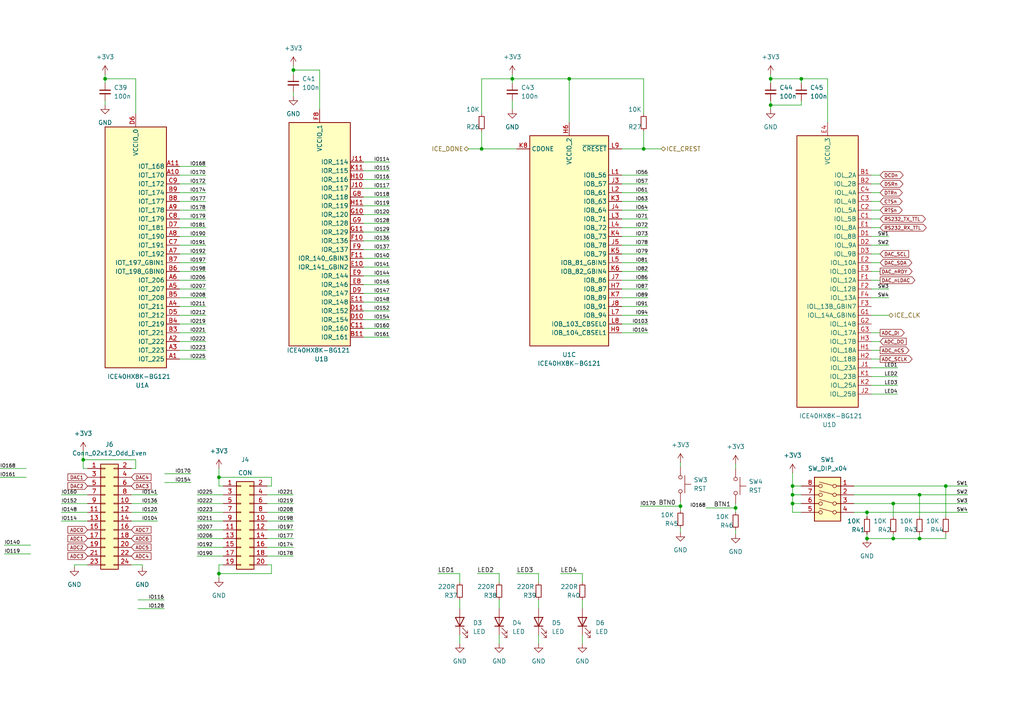
<source format=kicad_sch>
(kicad_sch (version 20211123) (generator eeschema)
  (paper "A4")
  (junction (at 148.59 22.86))
  (junction (at 259.08 156.21))
  (junction (at 251.46 148.59))
  (junction (at 85.09 20.32))
  (junction (at 213.36 147.32))
  (junction (at -30.48 138.43))
  (junction (at 24.13 133.35))
  (junction (at 266.7 156.21))
  (junction (at 197.358 146.812))
  (junction (at -30.48 166.37))
  (junction (at 63.5 166.37))
  (junction (at 186.69 43.18))
  (junction (at 229.87 140.97))
  (junction (at 165.1 22.86))
  (junction (at 229.87 146.05))
  (junction (at 274.32 140.97))
  (junction (at 223.52 30.48))
  (junction (at 266.7 143.51))
  (junction (at 251.46 156.21))
  (junction (at 63.5 138.43))
  (junction (at 259.08 146.05))
  (junction (at 223.52 22.86))
  (junction (at 30.48 22.86))
  (junction (at 229.87 143.51))
  (junction (at 232.41 22.86))
  (junction (at 139.7 43.18))
  (wire (pts (xy 105.41 54.61) (xy 113.03 54.61)))
  (wire (pts (xy 63.5 163.83) (xy 64.77 163.83)))
  (wire (pts (xy 162.56 166.37) (xy 168.91 166.37)))
  (wire (pts (xy 180.34 58.42) (xy 187.96 58.42)))
  (wire (pts (xy 223.52 30.48) (xy 232.41 30.48)))
  (wire (pts (xy 229.87 146.05) (xy 232.41 146.05)))
  (wire (pts (xy 38.1 151.13) (xy 45.72 151.13)))
  (wire (pts (xy 266.7 143.51) (xy 280.67 143.51)))
  (wire (pts (xy 30.48 21.59) (xy 30.48 22.86)))
  (wire (pts (xy 1.27 158.115) (xy 8.89 158.115)))
  (wire (pts (xy 85.09 19.05) (xy 85.09 20.32)))
  (wire (pts (xy 168.91 173.99) (xy 168.91 176.53)))
  (wire (pts (xy 21.59 163.83) (xy 25.4 163.83)))
  (wire (pts (xy 252.73 111.76) (xy 260.35 111.76)))
  (wire (pts (xy 78.74 166.37) (xy 78.74 163.83)))
  (wire (pts (xy 105.41 85.09) (xy 113.03 85.09)))
  (wire (pts (xy 186.69 43.18) (xy 191.77 43.18)))
  (wire (pts (xy 52.07 71.12) (xy 59.69 71.12)))
  (wire (pts (xy 57.15 146.05) (xy 64.77 146.05)))
  (wire (pts (xy 30.48 22.86) (xy 30.48 24.13)))
  (wire (pts (xy 252.73 109.22) (xy 260.35 109.22)))
  (wire (pts (xy 139.7 38.1) (xy 139.7 43.18)))
  (wire (pts (xy 252.73 53.34) (xy 255.27 53.34)))
  (wire (pts (xy 144.78 166.37) (xy 144.78 168.91)))
  (wire (pts (xy 57.15 158.75) (xy 64.77 158.75)))
  (wire (pts (xy 180.34 66.04) (xy 187.96 66.04)))
  (wire (pts (xy 252.73 91.44) (xy 257.81 91.44)))
  (wire (pts (xy -36.83 146.05) (xy -29.21 146.05)))
  (wire (pts (xy 180.34 86.36) (xy 187.96 86.36)))
  (wire (pts (xy -36.83 158.75) (xy -29.21 158.75)))
  (wire (pts (xy 92.71 20.32) (xy 85.09 20.32)))
  (wire (pts (xy 105.41 77.47) (xy 113.03 77.47)))
  (wire (pts (xy 232.41 22.86) (xy 232.41 24.13)))
  (wire (pts (xy 180.34 88.9) (xy 187.96 88.9)))
  (wire (pts (xy 38.1 143.51) (xy 45.72 143.51)))
  (wire (pts (xy 156.21 184.15) (xy 156.21 186.69)))
  (wire (pts (xy 77.47 161.29) (xy 85.09 161.29)))
  (wire (pts (xy 63.5 135.89) (xy 63.5 138.43)))
  (wire (pts (xy 63.5 138.43) (xy 78.74 138.43)))
  (wire (pts (xy -16.51 163.83) (xy -15.24 163.83)))
  (wire (pts (xy 213.36 146.05) (xy 213.36 147.32)))
  (wire (pts (xy 105.41 52.07) (xy 113.03 52.07)))
  (wire (pts (xy 197.358 145.542) (xy 197.358 146.812)))
  (wire (pts (xy 52.07 50.8) (xy 59.69 50.8)))
  (wire (pts (xy 105.41 87.63) (xy 113.03 87.63)))
  (wire (pts (xy -30.48 138.43) (xy -15.24 138.43)))
  (wire (pts (xy 77.47 153.67) (xy 85.09 153.67)))
  (wire (pts (xy 251.46 148.59) (xy 247.65 148.59)))
  (wire (pts (xy 139.7 22.86) (xy 148.59 22.86)))
  (wire (pts (xy 180.34 81.28) (xy 187.96 81.28)))
  (wire (pts (xy 57.15 161.29) (xy 64.77 161.29)))
  (wire (pts (xy 40.005 176.53) (xy 47.625 176.53)))
  (wire (pts (xy -36.83 143.51) (xy -29.21 143.51)))
  (wire (pts (xy 105.41 74.93) (xy 113.03 74.93)))
  (wire (pts (xy -16.51 146.05) (xy -8.89 146.05)))
  (wire (pts (xy 197.358 146.812) (xy 197.358 148.082)))
  (wire (pts (xy 105.41 49.53) (xy 113.03 49.53)))
  (wire (pts (xy 213.36 147.32) (xy 213.36 148.59)))
  (wire (pts (xy 77.47 143.51) (xy 85.09 143.51)))
  (wire (pts (xy 77.47 156.21) (xy 85.09 156.21)))
  (wire (pts (xy 197.358 153.162) (xy 197.358 154.432)))
  (wire (pts (xy -15.24 166.37) (xy -15.24 163.83)))
  (wire (pts (xy 180.34 78.74) (xy 187.96 78.74)))
  (wire (pts (xy 252.73 96.52) (xy 255.27 96.52)))
  (wire (pts (xy 17.78 151.13) (xy 25.4 151.13)))
  (wire (pts (xy 223.52 22.86) (xy 232.41 22.86)))
  (wire (pts (xy -30.48 163.83) (xy -29.21 163.83)))
  (wire (pts (xy -36.83 161.29) (xy -29.21 161.29)))
  (wire (pts (xy 213.36 153.67) (xy 213.36 154.94)))
  (wire (pts (xy 251.46 148.59) (xy 280.67 148.59)))
  (wire (pts (xy 156.21 166.37) (xy 156.21 168.91)))
  (wire (pts (xy 252.73 58.42) (xy 255.27 58.42)))
  (wire (pts (xy 144.78 184.15) (xy 144.78 186.69)))
  (wire (pts (xy 39.37 135.89) (xy 39.37 133.35)))
  (wire (pts (xy -30.48 167.64) (xy -30.48 166.37)))
  (wire (pts (xy 105.41 62.23) (xy 113.03 62.23)))
  (wire (pts (xy 135.89 43.18) (xy 139.7 43.18)))
  (wire (pts (xy 247.65 146.05) (xy 259.08 146.05)))
  (wire (pts (xy -16.51 158.75) (xy -8.89 158.75)))
  (wire (pts (xy 57.15 156.21) (xy 64.77 156.21)))
  (wire (pts (xy 252.73 114.3) (xy 260.35 114.3)))
  (wire (pts (xy 138.43 166.37) (xy 144.78 166.37)))
  (wire (pts (xy 30.48 22.86) (xy 39.37 22.86)))
  (wire (pts (xy 259.08 149.86) (xy 259.08 146.05)))
  (wire (pts (xy 180.34 83.82) (xy 187.96 83.82)))
  (wire (pts (xy 77.47 151.13) (xy 85.09 151.13)))
  (wire (pts (xy 133.35 166.37) (xy 133.35 168.91)))
  (wire (pts (xy 17.78 148.59) (xy 25.4 148.59)))
  (wire (pts (xy 52.07 88.9) (xy 59.69 88.9)))
  (wire (pts (xy 57.15 148.59) (xy 64.77 148.59)))
  (wire (pts (xy 52.07 99.06) (xy 59.69 99.06)))
  (wire (pts (xy 252.73 68.58) (xy 257.81 68.58)))
  (wire (pts (xy -30.48 138.43) (xy -30.48 140.97)))
  (wire (pts (xy 133.35 184.15) (xy 133.35 186.69)))
  (wire (pts (xy 105.41 95.25) (xy 113.03 95.25)))
  (wire (pts (xy 274.32 149.86) (xy 274.32 140.97)))
  (wire (pts (xy 229.87 137.16) (xy 229.87 140.97)))
  (wire (pts (xy 52.07 76.2) (xy 59.69 76.2)))
  (wire (pts (xy 252.73 101.6) (xy 255.27 101.6)))
  (wire (pts (xy 232.41 30.48) (xy 232.41 29.21)))
  (wire (pts (xy 127 166.37) (xy 133.35 166.37)))
  (wire (pts (xy 165.1 22.86) (xy 165.1 35.56)))
  (wire (pts (xy 17.78 146.05) (xy 25.4 146.05)))
  (wire (pts (xy 78.74 140.97) (xy 78.74 138.43)))
  (wire (pts (xy 41.275 163.83) (xy 41.275 164.465)))
  (wire (pts (xy 105.41 57.15) (xy 113.03 57.15)))
  (wire (pts (xy 252.73 76.2) (xy 255.27 76.2)))
  (wire (pts (xy 180.34 76.2) (xy 187.96 76.2)))
  (wire (pts (xy 252.73 104.14) (xy 255.27 104.14)))
  (wire (pts (xy 105.41 80.01) (xy 113.03 80.01)))
  (wire (pts (xy 52.07 58.42) (xy 59.69 58.42)))
  (wire (pts (xy 63.5 166.37) (xy 63.5 163.83)))
  (wire (pts (xy 197.358 134.112) (xy 197.358 135.382)))
  (wire (pts (xy 186.69 22.86) (xy 165.1 22.86)))
  (wire (pts (xy 52.07 53.34) (xy 59.69 53.34)))
  (wire (pts (xy 252.73 99.06) (xy 255.27 99.06)))
  (wire (pts (xy -16.51 156.21) (xy -8.89 156.21)))
  (wire (pts (xy 180.34 53.34) (xy 187.96 53.34)))
  (wire (pts (xy 180.34 68.58) (xy 187.96 68.58)))
  (wire (pts (xy 21.59 164.465) (xy 21.59 163.83)))
  (wire (pts (xy 52.07 81.28) (xy 59.69 81.28)))
  (wire (pts (xy 105.41 90.17) (xy 113.03 90.17)))
  (wire (pts (xy 85.09 26.67) (xy 85.09 27.94)))
  (wire (pts (xy 229.87 140.97) (xy 232.41 140.97)))
  (wire (pts (xy -30.48 166.37) (xy -30.48 163.83)))
  (wire (pts (xy 180.34 73.66) (xy 187.96 73.66)))
  (wire (pts (xy 63.5 167.64) (xy 63.5 166.37)))
  (wire (pts (xy -16.51 161.29) (xy -8.89 161.29)))
  (wire (pts (xy 52.07 86.36) (xy 59.69 86.36)))
  (wire (pts (xy 252.73 71.12) (xy 257.81 71.12)))
  (wire (pts (xy 40.005 173.99) (xy 47.625 173.99)))
  (wire (pts (xy 47.752 137.414) (xy 55.372 137.414)))
  (wire (pts (xy 223.52 29.21) (xy 223.52 30.48)))
  (wire (pts (xy 266.7 149.86) (xy 266.7 143.51)))
  (wire (pts (xy 229.87 146.05) (xy 229.87 143.51)))
  (wire (pts (xy 252.73 73.66) (xy 255.27 73.66)))
  (wire (pts (xy 57.15 153.67) (xy 64.77 153.67)))
  (wire (pts (xy 77.47 146.05) (xy 85.09 146.05)))
  (wire (pts (xy 38.1 135.89) (xy 39.37 135.89)))
  (wire (pts (xy 52.07 91.44) (xy 59.69 91.44)))
  (wire (pts (xy 180.34 96.52) (xy 187.96 96.52)))
  (wire (pts (xy 47.752 139.954) (xy 55.372 139.954)))
  (wire (pts (xy 144.78 173.99) (xy 144.78 176.53)))
  (wire (pts (xy 0 138.43) (xy 7.62 138.43)))
  (wire (pts (xy 251.46 154.94) (xy 251.46 156.21)))
  (wire (pts (xy 105.41 82.55) (xy 113.03 82.55)))
  (wire (pts (xy 24.13 130.81) (xy 24.13 133.35)))
  (wire (pts (xy 77.47 158.75) (xy 85.09 158.75)))
  (wire (pts (xy 105.41 72.39) (xy 113.03 72.39)))
  (wire (pts (xy 232.41 148.59) (xy 229.87 148.59)))
  (wire (pts (xy 252.73 81.28) (xy 255.27 81.28)))
  (wire (pts (xy 52.07 55.88) (xy 59.69 55.88)))
  (wire (pts (xy 252.73 106.68) (xy 260.35 106.68)))
  (wire (pts (xy 232.41 22.86) (xy 240.03 22.86)))
  (wire (pts (xy 252.73 86.36) (xy 257.81 86.36)))
  (wire (pts (xy 148.59 22.86) (xy 148.59 24.13)))
  (wire (pts (xy 105.41 64.77) (xy 113.03 64.77)))
  (wire (pts (xy 24.13 133.35) (xy 24.13 135.89)))
  (wire (pts (xy 63.5 166.37) (xy 78.74 166.37)))
  (wire (pts (xy 148.59 21.59) (xy 148.59 22.86)))
  (wire (pts (xy 52.07 63.5) (xy 59.69 63.5)))
  (wire (pts (xy 229.87 143.51) (xy 229.87 140.97)))
  (wire (pts (xy 259.08 146.05) (xy 280.67 146.05)))
  (wire (pts (xy 52.07 48.26) (xy 59.69 48.26)))
  (wire (pts (xy 251.46 156.21) (xy 259.08 156.21)))
  (wire (pts (xy 229.87 148.59) (xy 229.87 146.05)))
  (wire (pts (xy -36.83 156.21) (xy -29.21 156.21)))
  (wire (pts (xy 223.52 31.75) (xy 223.52 30.48)))
  (wire (pts (xy 105.41 46.99) (xy 113.03 46.99)))
  (wire (pts (xy 77.47 163.83) (xy 78.74 163.83)))
  (wire (pts (xy -16.51 143.51) (xy -8.89 143.51)))
  (wire (pts (xy 57.15 143.51) (xy 64.77 143.51)))
  (wire (pts (xy 148.59 29.21) (xy 148.59 31.75)))
  (wire (pts (xy 52.07 66.04) (xy 59.69 66.04)))
  (wire (pts (xy 52.07 101.6) (xy 59.69 101.6)))
  (wire (pts (xy -30.48 166.37) (xy -15.24 166.37)))
  (wire (pts (xy 180.34 43.18) (xy 186.69 43.18)))
  (wire (pts (xy 24.13 133.35) (xy 39.37 133.35)))
  (wire (pts (xy 185.674 146.812) (xy 197.358 146.812)))
  (wire (pts (xy 274.32 140.97) (xy 280.67 140.97)))
  (wire (pts (xy 180.34 93.98) (xy 187.96 93.98)))
  (wire (pts (xy 229.87 143.51) (xy 232.41 143.51)))
  (wire (pts (xy 186.69 33.02) (xy 186.69 22.86)))
  (wire (pts (xy 186.69 43.18) (xy 186.69 38.1)))
  (wire (pts (xy 266.7 156.21) (xy 274.32 156.21)))
  (wire (pts (xy 168.91 184.15) (xy 168.91 186.69)))
  (wire (pts (xy -16.51 148.59) (xy -8.89 148.59)))
  (wire (pts (xy 52.07 104.14) (xy 59.69 104.14)))
  (wire (pts (xy 30.48 29.21) (xy 30.48 30.48)))
  (wire (pts (xy 25.4 135.89) (xy 24.13 135.89)))
  (wire (pts (xy 247.65 140.97) (xy 274.32 140.97)))
  (wire (pts (xy 252.73 78.74) (xy 255.27 78.74)))
  (wire (pts (xy 52.07 93.98) (xy 59.69 93.98)))
  (wire (pts (xy -16.51 151.13) (xy -8.89 151.13)))
  (wire (pts (xy 77.47 140.97) (xy 78.74 140.97)))
  (wire (pts (xy 274.32 156.21) (xy 274.32 154.94)))
  (wire (pts (xy 85.09 20.32) (xy 85.09 21.59)))
  (wire (pts (xy -36.83 151.13) (xy -29.21 151.13)))
  (wire (pts (xy 252.73 60.96) (xy 255.27 60.96)))
  (wire (pts (xy 180.34 63.5) (xy 187.96 63.5)))
  (wire (pts (xy -36.83 153.67) (xy -29.21 153.67)))
  (wire (pts (xy 266.7 156.21) (xy 266.7 154.94)))
  (wire (pts (xy 204.724 147.32) (xy 213.36 147.32)))
  (wire (pts (xy 105.41 97.79) (xy 113.03 97.79)))
  (wire (pts (xy 259.08 156.21) (xy 259.08 154.94)))
  (wire (pts (xy 52.07 78.74) (xy 59.69 78.74)))
  (wire (pts (xy 133.35 173.99) (xy 133.35 176.53)))
  (wire (pts (xy 77.47 148.59) (xy 85.09 148.59)))
  (wire (pts (xy 39.37 22.86) (xy 39.37 33.02)))
  (wire (pts (xy 1.27 160.655) (xy 8.89 160.655)))
  (wire (pts (xy 180.34 50.8) (xy 187.96 50.8)))
  (wire (pts (xy 252.73 55.88) (xy 255.27 55.88)))
  (wire (pts (xy -16.51 153.67) (xy -8.89 153.67)))
  (wire (pts (xy 252.73 50.8) (xy 255.27 50.8)))
  (wire (pts (xy 247.65 143.51) (xy 266.7 143.51)))
  (wire (pts (xy 52.07 60.96) (xy 59.69 60.96)))
  (wire (pts (xy 38.1 148.59) (xy 45.72 148.59)))
  (wire (pts (xy -16.51 140.97) (xy -15.24 140.97)))
  (wire (pts (xy 180.34 71.12) (xy 187.96 71.12)))
  (wire (pts (xy 57.15 151.13) (xy 64.77 151.13)))
  (wire (pts (xy 52.07 83.82) (xy 59.69 83.82)))
  (wire (pts (xy 52.07 73.66) (xy 59.69 73.66)))
  (wire (pts (xy 139.7 43.18) (xy 149.86 43.18)))
  (wire (pts (xy 105.41 67.31) (xy 113.03 67.31)))
  (wire (pts (xy 180.34 60.96) (xy 187.96 60.96)))
  (wire (pts (xy -29.21 140.97) (xy -30.48 140.97)))
  (wire (pts (xy 139.7 33.02) (xy 139.7 22.86)))
  (wire (pts (xy -36.83 148.59) (xy -29.21 148.59)))
  (wire (pts (xy 105.41 92.71) (xy 113.03 92.71)))
  (wire (pts (xy 223.52 22.86) (xy 223.52 24.13)))
  (wire (pts (xy -30.48 135.89) (xy -30.48 138.43)))
  (wire (pts (xy 156.21 173.99) (xy 156.21 176.53)))
  (wire (pts (xy 52.07 68.58) (xy 59.69 68.58)))
  (wire (pts (xy 168.91 166.37) (xy 168.91 168.91)))
  (wire (pts (xy 148.59 22.86) (xy 165.1 22.86)))
  (wire (pts (xy 38.1 163.83) (xy 41.275 163.83)))
  (wire (pts (xy 240.03 22.86) (xy 240.03 35.56)))
  (wire (pts (xy -15.24 140.97) (xy -15.24 138.43)))
  (wire (pts (xy 38.1 146.05) (xy 45.72 146.05)))
  (wire (pts (xy 252.73 66.04) (xy 255.27 66.04)))
  (wire (pts (xy 92.71 20.32) (xy 92.71 31.75)))
  (wire (pts (xy 180.34 55.88) (xy 187.96 55.88)))
  (wire (pts (xy 223.52 21.59) (xy 223.52 22.86)))
  (wire (pts (xy 0 135.89) (xy 7.62 135.89)))
  (wire (pts (xy 252.73 63.5) (xy 255.27 63.5)))
  (wire (pts (xy 105.41 59.69) (xy 113.03 59.69)))
  (wire (pts (xy 180.34 91.44) (xy 187.96 91.44)))
  (wire (pts (xy 259.08 156.21) (xy 266.7 156.21)))
  (wire (pts (xy 251.46 149.86) (xy 251.46 148.59)))
  (wire (pts (xy 105.41 69.85) (xy 113.03 69.85)))
  (wire (pts (xy 213.36 134.62) (xy 213.36 135.89)))
  (wire (pts (xy 252.73 83.82) (xy 257.81 83.82)))
  (wire (pts (xy 149.86 166.37) (xy 156.21 166.37)))
  (wire (pts (xy 64.77 140.97) (xy 63.5 140.97)))
  (wire (pts (xy 52.07 96.52) (xy 59.69 96.52)))
  (wire (pts (xy 63.5 138.43) (xy 63.5 140.97)))
  (wire (pts (xy 17.78 143.51) (xy 25.4 143.51)))
  (label "IO154" (at 113.03 92.71 180) (effects (font (size 1 1))))
  (label "IO222" (at 57.15 146.05 0) (effects (font (size 1 1))))
  (label "IO172" (at 59.69 53.34 180) (effects (font (size 1 1))))
  (label "IO206" (at 59.69 81.28 180) (effects (font (size 1 1))))
  (label "IO161" (at 0 138.43 0) (effects (font (size 1 1))))
  (label "IO89" (at 187.96 86.36 180) (effects (font (size 1 1))))
  (label "IO197" (at 85.09 153.67 180) (effects (font (size 1 1))))
  (label "IO148" (at 113.03 87.63 180) (effects (font (size 1 1))))
  (label "IO148" (at 17.78 148.59 0) (effects (font (size 1 1))))
  (label "IO181" (at 59.69 66.04 180) (effects (font (size 1 1))))
  (label "IO223" (at 59.69 101.6 180) (effects (font (size 1 1))))
  (label "BTN1" (at 207.01 147.32 0))
  (label "IO168" (at 0 135.89 0) (effects (font (size 1 1))))
  (label "IO104" (at 187.96 96.52 180) (effects (font (size 1 1))))
  (label "IO71" (at -36.83 148.59 0) (effects (font (size 1 1))))
  (label "IO140" (at 1.27 158.115 0) (effects (font (size 1 1))))
  (label "IO61" (at 187.96 55.88 180) (effects (font (size 1 1))))
  (label "IO223" (at 57.15 148.59 0) (effects (font (size 1 1))))
  (label "IO191" (at 59.69 71.12 180) (effects (font (size 1 1))))
  (label "IO177" (at 59.69 58.42 180) (effects (font (size 1 1))))
  (label "IO72" (at 187.96 66.04 180) (effects (font (size 1 1))))
  (label "IO221" (at 85.09 143.51 180) (effects (font (size 1 1))))
  (label "IO63" (at -8.89 151.13 180) (effects (font (size 1 1))))
  (label "IO120" (at 45.72 148.59 180) (effects (font (size 1 1))))
  (label "IO118" (at 113.03 57.15 180) (effects (font (size 1 1))))
  (label "IO206" (at 57.15 156.21 0) (effects (font (size 1 1))))
  (label "IO116" (at 47.625 173.99 180) (effects (font (size 1 1))))
  (label "IO198" (at 85.09 151.13 180) (effects (font (size 1 1))))
  (label "IO181" (at -36.83 153.67 0) (effects (font (size 1 1))))
  (label "IO211" (at 59.69 88.9 180) (effects (font (size 1 1))))
  (label "IO82" (at 187.96 78.74 180) (effects (font (size 1 1))))
  (label "IO78" (at 187.96 71.12 180) (effects (font (size 1 1))))
  (label "SW2" (at 280.67 143.51 180) (effects (font (size 1 1))))
  (label "IO72" (at -36.83 151.13 0) (effects (font (size 1 1))))
  (label "IO141" (at 45.72 143.51 180) (effects (font (size 1 1))))
  (label "IO89" (at -8.89 161.29 180) (effects (font (size 1 1))))
  (label "IO170" (at 59.69 50.8 180) (effects (font (size 1 1))))
  (label "IO174" (at 59.69 55.88 180) (effects (font (size 1 1))))
  (label "IO79" (at 187.96 73.66 180) (effects (font (size 1 1))))
  (label "IO178" (at 59.69 60.96 180) (effects (font (size 1 1))))
  (label "IO211" (at 57.15 151.13 0) (effects (font (size 1 1))))
  (label "SW2" (at 257.81 71.12 180) (effects (font (size 1 1))))
  (label "IO94" (at -36.83 156.21 0) (effects (font (size 1 1))))
  (label "IO57" (at -8.89 143.51 180) (effects (font (size 1 1))))
  (label "IO104" (at 45.72 151.13 180) (effects (font (size 1 1))))
  (label "IO160" (at 17.78 143.51 0) (effects (font (size 1 1))))
  (label "IO208" (at 85.09 148.59 180) (effects (font (size 1 1))))
  (label "IO170" (at 55.372 137.414 180) (effects (font (size 1 1))))
  (label "IO219" (at 59.69 93.98 180) (effects (font (size 1 1))))
  (label "IO192" (at 57.15 158.75 0) (effects (font (size 1 1))))
  (label "IO128" (at 113.03 64.77 180) (effects (font (size 1 1))))
  (label "IO222" (at 59.69 99.06 180) (effects (font (size 1 1))))
  (label "LED2" (at 260.35 109.22 180) (effects (font (size 1 1))))
  (label "IO61" (at -36.83 146.05 0) (effects (font (size 1 1))))
  (label "IO147" (at 113.03 85.09 180) (effects (font (size 1 1))))
  (label "IO119" (at 1.27 160.655 0) (effects (font (size 1 1))))
  (label "SW4" (at 257.81 86.36 180) (effects (font (size 1 1))))
  (label "IO190" (at 57.15 161.29 0) (effects (font (size 1 1))))
  (label "IO87" (at 187.96 83.82 180) (effects (font (size 1 1))))
  (label "IO178" (at 85.09 161.29 180) (effects (font (size 1 1))))
  (label "SW1" (at 257.81 68.58 180) (effects (font (size 1 1))))
  (label "LED3" (at 260.35 111.76 180) (effects (font (size 1 1))))
  (label "IO168" (at 204.724 147.32 180) (effects (font (size 1 1))))
  (label "SW4" (at 280.67 148.59 180) (effects (font (size 1 1))))
  (label "IO114" (at 17.78 151.13 0) (effects (font (size 1 1))))
  (label "IO174" (at 85.09 158.75 180) (effects (font (size 1 1))))
  (label "IO116" (at 113.03 52.07 180) (effects (font (size 1 1))))
  (label "IO190" (at 59.69 68.58 180) (effects (font (size 1 1))))
  (label "IO144" (at 113.03 80.01 180) (effects (font (size 1 1))))
  (label "LED4" (at 162.56 166.37 0))
  (label "IO91" (at 187.96 88.9 180) (effects (font (size 1 1))))
  (label "IO221" (at 59.69 96.52 180) (effects (font (size 1 1))))
  (label "LED1" (at 127 166.37 0))
  (label "SW1" (at 280.67 140.97 180) (effects (font (size 1 1))))
  (label "IO82" (at -8.89 158.75 180) (effects (font (size 1 1))))
  (label "SW3" (at 280.67 146.05 180) (effects (font (size 1 1))))
  (label "LED2" (at 138.43 166.37 0))
  (label "IO56" (at -36.83 143.51 0) (effects (font (size 1 1))))
  (label "BTN0" (at 191.008 146.812 0))
  (label "IO128" (at 47.625 176.53 180) (effects (font (size 1 1))))
  (label "IO198" (at 59.69 78.74 180) (effects (font (size 1 1))))
  (label "IO57" (at 187.96 53.34 180) (effects (font (size 1 1))))
  (label "IO192" (at 59.69 73.66 180) (effects (font (size 1 1))))
  (label "IO137" (at 113.03 72.39 180) (effects (font (size 1 1))))
  (label "IO119" (at 113.03 59.69 180) (effects (font (size 1 1))))
  (label "IO114" (at 113.03 46.99 180) (effects (font (size 1 1))))
  (label "IO225" (at 59.69 104.14 180) (effects (font (size 1 1))))
  (label "IO94" (at 187.96 91.44 180) (effects (font (size 1 1))))
  (label "LED4" (at 260.35 114.3 180) (effects (font (size 1 1))))
  (label "IO81" (at 187.96 76.2 180) (effects (font (size 1 1))))
  (label "IO170" (at 185.674 146.812 0) (effects (font (size 1 1))))
  (label "LED3" (at 149.86 166.37 0))
  (label "IO160" (at 113.03 95.25 180) (effects (font (size 1 1))))
  (label "SW3" (at 257.81 83.82 180) (effects (font (size 1 1))))
  (label "IO141" (at 113.03 77.47 180) (effects (font (size 1 1))))
  (label "IO79" (at -8.89 156.21 180) (effects (font (size 1 1))))
  (label "IO73" (at -8.89 153.67 180) (effects (font (size 1 1))))
  (label "IO73" (at 187.96 68.58 180) (effects (font (size 1 1))))
  (label "IO197" (at 59.69 76.2 180) (effects (font (size 1 1))))
  (label "IO207" (at 59.69 83.82 180) (effects (font (size 1 1))))
  (label "IO140" (at 113.03 74.93 180) (effects (font (size 1 1))))
  (label "IO208" (at 59.69 86.36 180) (effects (font (size 1 1))))
  (label "IO219" (at 85.09 146.05 180) (effects (font (size 1 1))))
  (label "IO179" (at 59.69 63.5 180) (effects (font (size 1 1))))
  (label "IO117" (at 113.03 54.61 180) (effects (font (size 1 1))))
  (label "IO154" (at 55.372 139.954 180) (effects (font (size 1 1))))
  (label "IO225" (at 57.15 143.51 0) (effects (font (size 1 1))))
  (label "IO152" (at 17.78 146.05 0) (effects (font (size 1 1))))
  (label "IO71" (at 187.96 63.5 180) (effects (font (size 1 1))))
  (label "IO212" (at 59.69 91.44 180) (effects (font (size 1 1))))
  (label "LED1" (at 260.35 106.68 180) (effects (font (size 1 1))))
  (label "IO103" (at 187.96 93.98 180) (effects (font (size 1 1))))
  (label "IO146" (at 113.03 82.55 180) (effects (font (size 1 1))))
  (label "IO56" (at 187.96 50.8 180) (effects (font (size 1 1))))
  (label "IO86" (at 187.96 81.28 180) (effects (font (size 1 1))))
  (label "IO207" (at 57.15 153.67 0) (effects (font (size 1 1))))
  (label "IO63" (at 187.96 58.42 180) (effects (font (size 1 1))))
  (label "IO64" (at 187.96 60.96 180) (effects (font (size 1 1))))
  (label "IO161" (at 113.03 97.79 180) (effects (font (size 1 1))))
  (label "IO103" (at -36.83 158.75 0) (effects (font (size 1 1))))
  (label "IO64" (at -8.89 146.05 180) (effects (font (size 1 1))))
  (label "IO78" (at -8.89 148.59 180) (effects (font (size 1 1))))
  (label "IO136" (at 45.72 146.05 180) (effects (font (size 1 1))))
  (label "IO120" (at 113.03 62.23 180) (effects (font (size 1 1))))
  (label "IO115" (at -36.83 161.29 0) (effects (font (size 1 1))))
  (label "IO136" (at 113.03 69.85 180) (effects (font (size 1 1))))
  (label "IO177" (at 85.09 156.21 180) (effects (font (size 1 1))))
  (label "IO168" (at 59.69 48.26 180) (effects (font (size 1 1))))
  (label "IO129" (at 113.03 67.31 180) (effects (font (size 1 1))))
  (label "IO115" (at 113.03 49.53 180) (effects (font (size 1 1))))
  (label "IO152" (at 113.03 90.17 180) (effects (font (size 1 1))))
  (global_label "DTRn" (shape bidirectional) (at 255.27 55.88 0) (effects (font (size 1 1))) (property "Intersheet References" "${INTERSHEET_REFS}" (effects hide)))
  (global_label "DSRn" (shape bidirectional) (at 255.27 53.34 0) (effects (font (size 1 1))) (property "Intersheet References" "${INTERSHEET_REFS}" (effects hide)))
  (global_label "DAC2" (shape input) (at 25.4 140.97 180) (effects (font (size 1 1))) (property "Intersheet References" "${INTERSHEET_REFS}" (effects hide)))
  (global_label "ADC0" (shape input) (at 25.4 153.67 180) (effects (font (size 1 1))) (property "Intersheet References" "${INTERSHEET_REFS}" (effects hide)))
  (global_label "DAC4" (shape input) (at 38.1 138.43 0) (effects (font (size 1 1))) (property "Intersheet References" "${INTERSHEET_REFS}" (effects hide)))
  (global_label "ADC_DI" (shape output) (at 255.27 96.52 0) (effects (font (size 1 1))) (property "Intersheet References" "${INTERSHEET_REFS}" (effects hide)))
  (global_label "RTSn" (shape bidirectional) (at 255.27 60.96 0) (effects (font (size 1 1))) (property "Intersheet References" "${INTERSHEET_REFS}" (effects hide)))
  (global_label "ADC7" (shape input) (at 38.1 153.67 0) (effects (font (size 1 1))) (property "Intersheet References" "${INTERSHEET_REFS}" (effects hide)))
  (global_label "CTSn" (shape bidirectional) (at 255.27 58.42 0) (effects (font (size 1 1))) (property "Intersheet References" "${INTERSHEET_REFS}" (effects hide)))
  (global_label "DAC_SCL" (shape input) (at 255.27 73.66 0) (effects (font (size 1 1))) (property "Intersheet References" "${INTERSHEET_REFS}" (effects hide)))
  (global_label "DAC_nRDY" (shape output) (at 255.27 78.74 0) (effects (font (size 1 1))) (property "Intersheet References" "${INTERSHEET_REFS}" (effects hide)))
  (global_label "DCDn" (shape bidirectional) (at 255.27 50.8 0) (effects (font (size 1 1))) (property "Intersheet References" "${INTERSHEET_REFS}" (effects hide)))
  (global_label "ADC6" (shape input) (at 38.1 156.21 0) (effects (font (size 1 1))) (property "Intersheet References" "${INTERSHEET_REFS}" (effects hide)))
  (global_label "ADC3" (shape input) (at 25.4 161.29 180) (effects (font (size 1 1))) (property "Intersheet References" "${INTERSHEET_REFS}" (effects hide)))
  (global_label "ADC5" (shape input) (at 38.1 158.75 0) (effects (font (size 1 1))) (property "Intersheet References" "${INTERSHEET_REFS}" (effects hide)))
  (global_label "DAC3" (shape input) (at 38.1 140.97 0) (effects (font (size 1 1))) (property "Intersheet References" "${INTERSHEET_REFS}" (effects hide)))
  (global_label "ADC1" (shape input) (at 25.4 156.21 180) (effects (font (size 1 1))) (property "Intersheet References" "${INTERSHEET_REFS}" (effects hide)))
  (global_label "ADC2" (shape input) (at 25.4 158.75 180) (effects (font (size 1 1))) (property "Intersheet References" "${INTERSHEET_REFS}" (effects hide)))
  (global_label "ADC_nCS" (shape output) (at 255.27 101.6 0) (effects (font (size 1 1))) (property "Intersheet References" "${INTERSHEET_REFS}" (effects hide)))
  (global_label "ADC_DO" (shape input) (at 255.27 99.06 0) (effects (font (size 1 1))) (property "Intersheet References" "${INTERSHEET_REFS}" (effects hide)))
  (global_label "ADC_SCLK" (shape output) (at 255.27 104.14 0) (effects (font (size 1 1))) (property "Intersheet References" "${INTERSHEET_REFS}" (effects hide)))
  (global_label "DAC_SDA" (shape bidirectional) (at 255.27 76.2 0) (effects (font (size 1 1))) (property "Intersheet References" "${INTERSHEET_REFS}" (effects hide)))
  (global_label "RS232_RX_TTL" (shape bidirectional) (at 255.27 66.04 0) (effects (font (size 1 1))) (property "Intersheet References" "${INTERSHEET_REFS}" (effects hide)))
  (global_label "RS232_TX_TTL" (shape bidirectional) (at 255.27 63.5 0) (effects (font (size 1 1))) (property "Intersheet References" "${INTERSHEET_REFS}" (effects hide)))
  (global_label "ADC4" (shape input) (at 38.1 161.29 0) (effects (font (size 1 1))) (property "Intersheet References" "${INTERSHEET_REFS}" (effects hide)))
  (global_label "DAC1" (shape input) (at 25.4 138.43 180) (effects (font (size 1 1))) (property "Intersheet References" "${INTERSHEET_REFS}" (effects hide)))
  (global_label "DAC_nLDAC" (shape output) (at 255.27 81.28 0) (effects (font (size 1 1))) (property "Intersheet References" "${INTERSHEET_REFS}" (effects hide)))
  (hierarchical_label "ICE_CREST" (shape bidirectional) (at 191.77 43.18 0))
  (hierarchical_label "ICE_DONE" (shape bidirectional) (at 135.89 43.18 180))
  (hierarchical_label "ICE_CLK" (shape bidirectional) (at 257.81 91.44 0))
  (symbol (lib_id "power:GND") (at 156.21 186.69 0) (unit 1)
    (property "Reference" "#PWR041" (effects hide))
    (property "Value" "GND" (at 156.21 191.77 0))
  )
  (symbol (lib_id "Device:LED") (at 156.21 180.34 90) (unit 1)
    (property "Reference" "D5" (at 160.02 180.6574 90) (effects (justify right)))
    (property "Value" "LED" (at 160.02 183.1974 90) (effects (justify right)))
    (property "Footprint" "LED_SMD:LED_0603_1608Metric" (effects hide))
  )
  (symbol (lib_id "Device:C_Small") (at 223.52 26.67 0) (unit 1)
    (property "Reference" "C44" (at 226.06 25.4062 0) (effects (justify left)))
    (property "Value" "100n" (at 226.06 27.9462 0) (effects (justify left)))
    (property "Footprint" "Capacitor_SMD:C_0603_1608Metric" (effects hide))
  )
  (symbol (lib_id "Connector_Generic:Conn_02x10_Odd_Even") (at -24.13 151.13 0) (unit 1)
    (property "Reference" "J5" (at -24.13 133.35 0))
    (property "Value" "CON" (at -22.86 137.16 0))
    (property "Footprint" "Connector_PinHeader_2.54mm:PinHeader_2x10_P2.54mm_Vertical" (effects hide))
  )
  (symbol (lib_id "power:+3.3V") (at 197.358 134.112 0) (unit 1)
    (property "Reference" "#PWR046" (effects hide))
    (property "Value" "+3.3V" (at 197.358 129.032 0))
  )
  (symbol (lib_id "power:+3.3V") (at 223.52 21.59 0) (unit 1)
    (property "Reference" "#PWR057" (effects hide))
    (property "Value" "+3.3V" (at 223.52 16.51 0))
  )
  (symbol (lib_id "power:+3.3V") (at 85.09 19.05 0) (unit 1)
    (property "Reference" "#PWR053" (effects hide))
    (property "Value" "+3.3V" (at 85.09 13.97 0))
  )
  (symbol (lib_id "power:+3.3V") (at 229.87 137.16 0) (unit 1)
    (property "Reference" "#PWR043" (effects hide))
    (property "Value" "+3.3V" (at 229.87 132.08 0))
  )
  (symbol (lib_id "Device:R_Small") (at 144.78 171.45 180) (unit 1)
    (property "Reference" "R38" (at 142.24 172.72 0))
    (property "Value" "220R" (at 140.97 170.18 0))
    (property "Footprint" "Resistor_SMD:R_0603_1608Metric" (effects hide))
  )
  (symbol (lib_id "power:GND") (at 148.59 31.75 0) (unit 1)
    (property "Reference" "#PWR056" (effects hide))
    (property "Value" "GND" (at 148.59 36.83 0))
  )
  (symbol (lib_id "power:GND") (at 30.48 30.48 0) (unit 1)
    (property "Reference" "#PWR052" (effects hide))
    (property "Value" "GND" (at 30.48 35.56 0))
  )
  (symbol (lib_id "Device:LED") (at 133.35 180.34 90) (unit 1)
    (property "Reference" "D3" (at 137.16 180.6574 90) (effects (justify right)))
    (property "Value" "LED" (at 137.16 183.1974 90) (effects (justify right)))
    (property "Footprint" "LED_SMD:LED_0603_1608Metric" (effects hide))
  )
  (symbol (lib_id "power:GND") (at 85.09 27.94 0) (unit 1)
    (property "Reference" "#PWR054" (effects hide))
    (property "Value" "GND" (at 85.09 33.02 0))
  )
  (symbol (lib_id "power:GND") (at 63.5 167.64 0) (unit 1)
    (property "Reference" "#PWR0118" (effects hide))
    (property "Value" "GND" (at 63.5 172.72 0))
  )
  (symbol (lib_id "power:GND") (at 41.275 164.465 0) (unit 1)
    (property "Reference" "#PWR0120" (effects hide))
    (property "Value" "GND" (at 41.275 169.545 0))
  )
  (symbol (lib_id "power:+3.3V") (at 148.59 21.59 0) (unit 1)
    (property "Reference" "#PWR055" (effects hide))
    (property "Value" "+3.3V" (at 148.59 16.51 0))
  )
  (symbol (lib_id "power:GND") (at 168.91 186.69 0) (unit 1)
    (property "Reference" "#PWR042" (effects hide))
    (property "Value" "GND" (at 168.91 191.77 0))
  )
  (symbol (lib_id "power:+3.3V") (at 30.48 21.59 0) (unit 1)
    (property "Reference" "#PWR051" (effects hide))
    (property "Value" "+3.3V" (at 30.48 16.51 0))
  )
  (symbol (lib_id "power:GND") (at 144.78 186.69 0) (unit 1)
    (property "Reference" "#PWR039" (effects hide))
    (property "Value" "GND" (at 144.78 191.77 0))
  )
  (symbol (lib_id "power:+3.3V") (at -30.48 135.89 0) (unit 1)
    (property "Reference" "#PWR0121" (effects hide))
    (property "Value" "+3.3V" (at -30.48 130.81 0))
  )
  (symbol (lib_id "Device:C_Small") (at 85.09 24.13 0) (unit 1)
    (property "Reference" "C41" (at 87.63 22.8662 0) (effects (justify left)))
    (property "Value" "100n" (at 87.63 25.4062 0) (effects (justify left)))
    (property "Footprint" "Capacitor_SMD:C_0603_1608Metric" (effects hide))
  )
  (symbol (lib_id "Device:R_Small") (at 133.35 171.45 180) (unit 1)
    (property "Reference" "R37" (at 130.81 172.72 0))
    (property "Value" "220R" (at 129.54 170.18 0))
    (property "Footprint" "Resistor_SMD:R_0603_1608Metric" (effects hide))
  )
  (symbol (lib_id "Switch:SW_Push") (at 197.358 140.462 270) (unit 1)
    (property "Reference" "SW3" (at 201.168 139.1919 90) (effects (justify left)))
    (property "Value" "RST" (at 201.168 141.7319 90) (effects (justify left)))
    (property "Footprint" "Button_Switch_SMD:SW_SPST_CK_RS282G05A3" (effects hide))
  )
  (symbol (lib_id "power:GND") (at -30.48 167.64 0) (unit 1)
    (property "Reference" "#PWR0117" (effects hide))
    (property "Value" "GND" (at -30.48 172.72 0))
  )
  (symbol (lib_id "Device:R_Small") (at 168.91 171.45 180) (unit 1)
    (property "Reference" "R40" (at 166.37 172.72 0))
    (property "Value" "220R" (at 165.1 170.18 0))
    (property "Footprint" "Resistor_SMD:R_0603_1608Metric" (effects hide))
  )
  (symbol (lib_id "power:GND") (at 197.358 154.432 0) (unit 1)
    (property "Reference" "#PWR047" (effects hide))
    (property "Value" "GND" (at 197.358 159.512 0))
  )
  (symbol (lib_id "FPGA_Lattice:ICE40HX8K-BG121") (at 39.37 68.58 0) (mirror y) (unit 1)
    (property "Reference" "U1" (at 43.18 111.76 0) (effects (justify left)))
    (property "Value" "ICE40HX8K-BG121" (at 49.53 109.22 0) (effects (justify left)))
    (property "Footprint" "Package_BGA:BGA-121_9.0x9.0mm_Layout11x11_P0.8mm_Ball0.4mm_Pad0.35mm_NSMD" (effects hide))
    (property "Datasheet" "http://www.latticesemi.com/Products/FPGAandCPLD/iCE40" (effects hide))
  )
  (symbol (lib_id "Connector_Generic:Conn_02x12_Odd_Even") (at 30.48 148.59 0) (unit 1)
    (property "Reference" "J6" (at 31.75 128.905 0))
    (property "Value" "Conn_02x12_Odd_Even" (at 31.75 131.445 0))
    (property "Footprint" "Connector_PinHeader_2.54mm:PinHeader_2x12_P2.54mm_Vertical" (effects hide))
  )
  (symbol (lib_id "Device:C_Small") (at 148.59 26.67 0) (unit 1)
    (property "Reference" "C43" (at 151.13 25.4062 0) (effects (justify left)))
    (property "Value" "100n" (at 151.13 27.9462 0) (effects (justify left)))
    (property "Footprint" "Capacitor_SMD:C_0603_1608Metric" (effects hide))
  )
  (symbol (lib_id "Device:R_Small") (at 274.32 152.4 180) (unit 1)
    (property "Reference" "R44" (at 271.78 153.67 0))
    (property "Value" "10K" (at 270.51 151.13 0))
    (property "Footprint" "Resistor_SMD:R_0603_1608Metric" (effects hide))
  )
  (symbol (lib_id "FPGA_Lattice:ICE40HX8K-BG121") (at 165.1 68.58 0) (mirror y) (unit 3)
    (property "Reference" "U1" (at 165.1 102.87 0))
    (property "Value" "ICE40HX8K-BG121" (at 165.1 105.41 0))
    (property "Footprint" "Package_BGA:BGA-121_9.0x9.0mm_Layout11x11_P0.8mm_Ball0.4mm_Pad0.35mm_NSMD" (effects hide))
    (property "Datasheet" "http://www.latticesemi.com/Products/FPGAandCPLD/iCE40" (effects hide))
  )
  (symbol (lib_id "power:+3.3V") (at 213.36 134.62 0) (unit 1)
    (property "Reference" "#PWR048" (effects hide))
    (property "Value" "+3.3V" (at 213.36 129.54 0))
  )
  (symbol (lib_id "Device:C_Small") (at 30.48 26.67 0) (unit 1)
    (property "Reference" "C39" (at 33.02 25.4062 0) (effects (justify left)))
    (property "Value" "100n" (at 33.02 27.9462 0) (effects (justify left)))
    (property "Footprint" "Capacitor_SMD:C_0603_1608Metric" (effects hide))
  )
  (symbol (lib_id "power:GND") (at 21.59 164.465 0) (unit 1)
    (property "Reference" "#PWR0123" (effects hide))
    (property "Value" "GND" (at 21.59 169.545 0))
  )
  (symbol (lib_id "FPGA_Lattice:ICE40HX8K-BG121") (at 92.71 67.31 0) (mirror y) (unit 2)
    (property "Reference" "U1" (at 95.25 104.14 0) (effects (justify left)))
    (property "Value" "ICE40HX8K-BG121" (at 101.6 101.6 0) (effects (justify left)))
    (property "Footprint" "Package_BGA:BGA-121_9.0x9.0mm_Layout11x11_P0.8mm_Ball0.4mm_Pad0.35mm_NSMD" (effects hide))
    (property "Datasheet" "http://www.latticesemi.com/Products/FPGAandCPLD/iCE40" (effects hide))
  )
  (symbol (lib_id "power:GND") (at 213.36 154.94 0) (unit 1)
    (property "Reference" "#PWR049" (effects hide))
    (property "Value" "GND" (at 213.36 160.02 0))
  )
  (symbol (lib_id "power:GND") (at 133.35 186.69 0) (unit 1)
    (property "Reference" "#PWR038" (effects hide))
    (property "Value" "GND" (at 133.35 191.77 0))
  )
  (symbol (lib_id "Device:R_Small") (at 266.7 152.4 180) (unit 1)
    (property "Reference" "R43" (at 264.16 153.67 0))
    (property "Value" "10K" (at 262.89 151.13 0))
    (property "Footprint" "Resistor_SMD:R_0603_1608Metric" (effects hide))
  )
  (symbol (lib_id "Device:C_Small") (at 232.41 26.67 0) (unit 1)
    (property "Reference" "C45" (at 234.95 25.4062 0) (effects (justify left)))
    (property "Value" "100n" (at 234.95 27.9462 0) (effects (justify left)))
    (property "Footprint" "Capacitor_SMD:C_0603_1608Metric" (effects hide))
  )
  (symbol (lib_id "power:GND") (at 223.52 31.75 0) (unit 1)
    (property "Reference" "#PWR058" (effects hide))
    (property "Value" "GND" (at 223.52 36.83 0))
  )
  (symbol (lib_id "Switch:SW_Push") (at 213.36 140.97 270) (unit 1)
    (property "Reference" "SW4" (at 217.17 139.6999 90) (effects (justify left)))
    (property "Value" "RST" (at 217.17 142.2399 90) (effects (justify left)))
    (property "Footprint" "Button_Switch_SMD:SW_SPST_CK_RS282G05A3" (effects hide))
  )
  (symbol (lib_id "Connector_Generic:Conn_02x10_Odd_Even") (at 69.85 151.13 0) (unit 1)
    (property "Reference" "J4" (at 71.12 133.35 0))
    (property "Value" "CON" (at 71.12 137.16 0))
    (property "Footprint" "Connector_PinHeader_2.54mm:PinHeader_2x10_P2.54mm_Vertical" (effects hide))
  )
  (symbol (lib_id "Device:R_Small") (at 156.21 171.45 180) (unit 1)
    (property "Reference" "R39" (at 153.67 172.72 0))
    (property "Value" "220R" (at 152.4 170.18 0))
    (property "Footprint" "Resistor_SMD:R_0603_1608Metric" (effects hide))
  )
  (symbol (lib_id "Device:LED") (at 168.91 180.34 90) (unit 1)
    (property "Reference" "D6" (at 172.72 180.6574 90) (effects (justify right)))
    (property "Value" "LED" (at 172.72 183.1974 90) (effects (justify right)))
    (property "Footprint" "LED_SMD:LED_0603_1608Metric" (effects hide))
  )
  (symbol (lib_id "Device:R_Small") (at 186.69 35.56 180) (unit 1)
    (property "Reference" "R27" (at 184.15 36.83 0))
    (property "Value" "10K" (at 184.15 31.75 0))
    (property "Footprint" "Resistor_SMD:R_0603_1608Metric" (effects hide))
  )
  (symbol (lib_id "power:+3.3V") (at 24.13 130.81 0) (unit 1)
    (property "Reference" "#PWR0122" (effects hide))
    (property "Value" "+3.3V" (at 24.13 125.73 0))
  )
  (symbol (lib_id "power:+3.3V") (at 63.5 135.89 0) (unit 1)
    (property "Reference" "#PWR0119" (effects hide))
    (property "Value" "+3.3V" (at 63.5 130.81 0))
  )
  (symbol (lib_id "Switch:SW_DIP_x04") (at 240.03 146.05 0) (mirror y) (unit 1)
    (property "Reference" "SW1" (at 240.03 133.35 0))
    (property "Value" "SW_DIP_x04" (at 240.03 135.89 0))
    (property "Footprint" "Button_Switch_SMD:SW_DIP_SPSTx04_Slide_6.7x11.72mm_W6.73mm_P2.54mm_LowProfile_JPin" (effects hide))
  )
  (symbol (lib_id "Device:R_Small") (at 251.46 152.4 180) (unit 1)
    (property "Reference" "R41" (at 248.92 153.67 0))
    (property "Value" "10K" (at 247.65 151.13 0))
    (property "Footprint" "Resistor_SMD:R_0603_1608Metric" (effects hide))
  )
  (symbol (lib_id "Device:R_Small") (at 259.08 152.4 180) (unit 1)
    (property "Reference" "R42" (at 256.54 153.67 0))
    (property "Value" "10K" (at 255.27 151.13 0))
    (property "Footprint" "Resistor_SMD:R_0603_1608Metric" (effects hide))
  )
  (symbol (lib_id "FPGA_Lattice:ICE40HX8K-BG121") (at 240.03 78.74 0) (mirror y) (unit 4)
    (property "Reference" "U1" (at 242.57 123.19 0) (effects (justify left)))
    (property "Value" "ICE40HX8K-BG121" (at 250.19 120.65 0) (effects (justify left)))
    (property "Footprint" "Package_BGA:BGA-121_9.0x9.0mm_Layout11x11_P0.8mm_Ball0.4mm_Pad0.35mm_NSMD" (effects hide))
    (property "Datasheet" "http://www.latticesemi.com/Products/FPGAandCPLD/iCE40" (effects hide))
  )
  (symbol (lib_id "Device:R_Small") (at 139.7 35.56 180) (unit 1)
    (property "Reference" "R26" (at 137.16 36.83 0))
    (property "Value" "10K" (at 137.16 31.75 0))
    (property "Footprint" "Resistor_SMD:R_0603_1608Metric" (effects hide))
  )
  (symbol (lib_id "power:GND") (at 251.46 156.21 0) (unit 1)
    (property "Reference" "#PWR044" (effects hide))
    (property "Value" "GND" (at 251.46 161.29 0))
  )
  (symbol (lib_id "Device:R_Small") (at 197.358 150.622 180) (unit 1)
    (property "Reference" "R45" (at 194.818 151.892 0))
    (property "Value" "10K" (at 193.548 149.352 0))
    (property "Footprint" "Resistor_SMD:R_0603_1608Metric" (effects hide))
  )
  (symbol (lib_id "Device:R_Small") (at 213.36 151.13 180) (unit 1)
    (property "Reference" "R46" (at 210.82 152.4 0))
    (property "Value" "10K" (at 209.55 149.86 0))
    (property "Footprint" "Resistor_SMD:R_0603_1608Metric" (effects hide))
  )
  (symbol (lib_id "Device:LED") (at 144.78 180.34 90) (unit 1)
    (property "Reference" "D4" (at 148.59 180.6574 90) (effects (justify right)))
    (property "Value" "LED" (at 148.59 183.1974 90) (effects (justify right)))
    (property "Footprint" "LED_SMD:LED_0603_1608Metric" (effects hide))
  )
)
</source>
